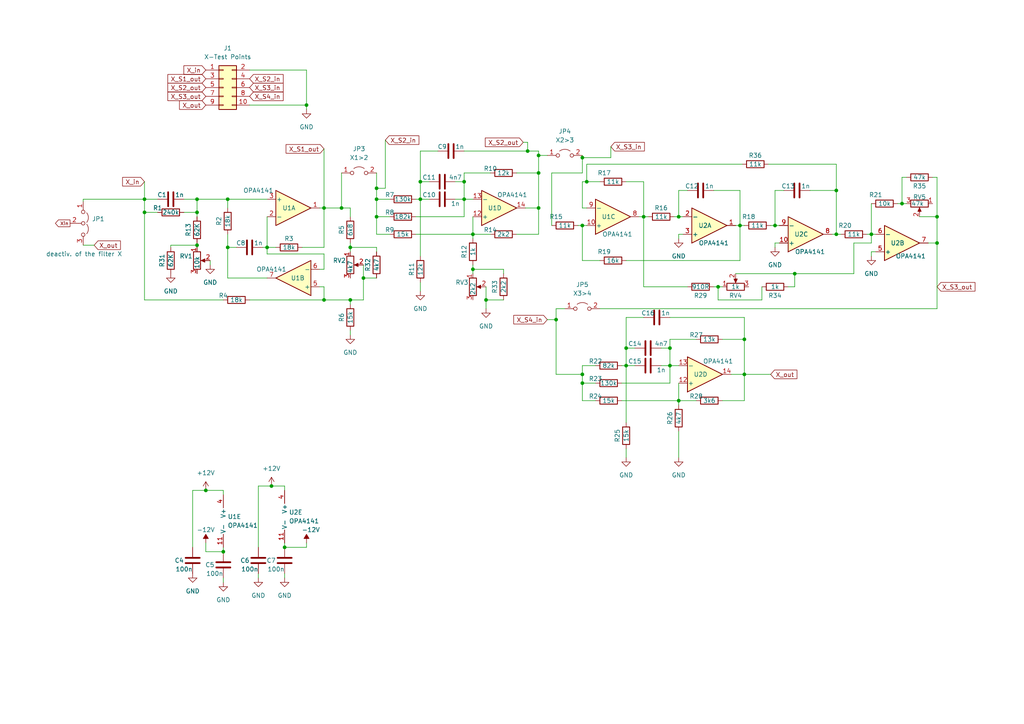
<source format=kicad_sch>
(kicad_sch (version 20230121) (generator eeschema)
  (paper "A4")
  (title_block (title "X-Achse") (date "2023-09-07") (company "Universität zu Köln") (comment 1 "M.Ghanbari"))
  (lib_symbols
    (symbol "Amplifier_Operational:OPA4134" (pin_names (offset 0.127))
      (property "Reference" "U" (at 0 5.08 0))
      (property "Value" "OPA4134" (at 0 -5.08 0))
      (symbol "OPA4134_1_1"
        (polyline (pts (xy -5.08 5.08) (xy 5.08 0) (xy -5.08 -5.08) (xy -5.08 5.08)) (stroke (width 0.254)) (fill (type background)))
        (pin output line (at 7.62 0 180) (length 2.54) (name "~") (number "1"))
        (pin input line (at -7.62 -2.54 0) (length 2.54) (name "-") (number "2"))
        (pin input line (at -7.62 2.54 0) (length 2.54) (name "+") (number "3"))
      )
      (symbol "OPA4134_2_1"
        (polyline (pts (xy -5.08 5.08) (xy 5.08 0) (xy -5.08 -5.08) (xy -5.08 5.08)) (stroke (width 0.254)) (fill (type background)))
        (pin input line (at -7.62 2.54 0) (length 2.54) (name "+") (number "5"))
        (pin input line (at -7.62 -2.54 0) (length 2.54) (name "-") (number "6"))
        (pin output line (at 7.62 0 180) (length 2.54) (name "~") (number "7"))
      )
      (symbol "OPA4134_3_1"
        (polyline (pts (xy -5.08 5.08) (xy 5.08 0) (xy -5.08 -5.08) (xy -5.08 5.08)) (stroke (width 0.254)) (fill (type background)))
        (pin input line (at -7.62 2.54 0) (length 2.54) (name "+") (number "10"))
        (pin output line (at 7.62 0 180) (length 2.54) (name "~") (number "8"))
        (pin input line (at -7.62 -2.54 0) (length 2.54) (name "-") (number "9"))
      )
      (symbol "OPA4134_4_1"
        (polyline (pts (xy -5.08 5.08) (xy 5.08 0) (xy -5.08 -5.08) (xy -5.08 5.08)) (stroke (width 0.254)) (fill (type background)))
        (pin input line (at -7.62 2.54 0) (length 2.54) (name "+") (number "12"))
        (pin input line (at -7.62 -2.54 0) (length 2.54) (name "-") (number "13"))
        (pin output line (at 7.62 0 180) (length 2.54) (name "~") (number "14"))
      )
      (symbol "OPA4134_5_1"
        (pin power_in line (at -2.54 -7.62 90) (length 3.81) (name "V-") (number "11"))
        (pin power_in line (at -2.54 7.62 270) (length 3.81) (name "V+") (number "4"))
      )
    )
    (symbol "Connector_Generic:Conn_02x05_Odd_Even" (pin_names (offset 1.016) hide)
      (property "Reference" "J" (at 1.27 7.62 0))
      (property "Value" "Conn_02x05_Odd_Even" (at 1.27 -7.62 0))
      (symbol "Conn_02x05_Odd_Even_1_1"
        (rectangle (start -1.27 -4.953) (end 0 -5.207) (stroke (width 0.1524)))
        (rectangle (start -1.27 -2.413) (end 0 -2.667) (stroke (width 0.1524)))
        (rectangle (start -1.27 0.127) (end 0 -0.127) (stroke (width 0.1524)))
        (rectangle (start -1.27 2.667) (end 0 2.413) (stroke (width 0.1524)))
        (rectangle (start -1.27 5.207) (end 0 4.953) (stroke (width 0.1524)))
        (rectangle (start -1.27 6.35) (end 3.81 -6.35) (stroke (width 0.254)) (fill (type background)))
        (rectangle (start 3.81 -4.953) (end 2.54 -5.207) (stroke (width 0.1524)))
        (rectangle (start 3.81 -2.413) (end 2.54 -2.667) (stroke (width 0.1524)))
        (rectangle (start 3.81 0.127) (end 2.54 -0.127) (stroke (width 0.1524)))
        (rectangle (start 3.81 2.667) (end 2.54 2.413) (stroke (width 0.1524)))
        (rectangle (start 3.81 5.207) (end 2.54 4.953) (stroke (width 0.1524)))
        (pin passive line (at -5.08 5.08 0) (length 3.81) (name "Pin_1") (number "1"))
        (pin passive line (at 7.62 -5.08 180) (length 3.81) (name "Pin_10") (number "10"))
        (pin passive line (at 7.62 5.08 180) (length 3.81) (name "Pin_2") (number "2"))
        (pin passive line (at -5.08 2.54 0) (length 3.81) (name "Pin_3") (number "3"))
        (pin passive line (at 7.62 2.54 180) (length 3.81) (name "Pin_4") (number "4"))
        (pin passive line (at -5.08 0 0) (length 3.81) (name "Pin_5") (number "5"))
        (pin passive line (at 7.62 0 180) (length 3.81) (name "Pin_6") (number "6"))
        (pin passive line (at -5.08 -2.54 0) (length 3.81) (name "Pin_7") (number "7"))
        (pin passive line (at 7.62 -2.54 180) (length 3.81) (name "Pin_8") (number "8"))
        (pin passive line (at -5.08 -5.08 0) (length 3.81) (name "Pin_9") (number "9"))
      )
    )
    (symbol "Device:C" (pin_numbers hide) (pin_names (offset 0.254))
      (property "Reference" "C" (at 0.635 2.54 0))
      (property "Value" "C" (at 0.635 -2.54 0))
      (symbol "C_0_1"
        (polyline (pts (xy -2.032 -0.762) (xy 2.032 -0.762)) (stroke (width 0.508)))
        (polyline (pts (xy -2.032 0.762) (xy 2.032 0.762)) (stroke (width 0.508)))
      )
      (symbol "C_1_1"
        (pin passive line (at 0 3.81 270) (length 2.794) (name "~") (number "1"))
        (pin passive line (at 0 -3.81 90) (length 2.794) (name "~") (number "2"))
      )
    )
    (symbol "Device:R" (pin_numbers hide) (pin_names (offset 0))
      (property "Reference" "R" (at 2.032 0 90))
      (property "Value" "R" (at 0 0 90))
      (symbol "R_0_1"
        (rectangle (start -1.016 -2.54) (end 1.016 2.54) (stroke (width 0.254)))
      )
      (symbol "R_1_1"
        (pin passive line (at 0 3.81 270) (length 1.27) (name "~") (number "1"))
        (pin passive line (at 0 -3.81 90) (length 1.27) (name "~") (number "2"))
      )
    )
    (symbol "Device:R_Potentiometer" (pin_names (offset 1.016) hide)
      (property "Reference" "RV" (at -4.445 0 90))
      (property "Value" "R_Potentiometer" (at -2.54 0 90))
      (symbol "R_Potentiometer_0_1"
        (polyline (pts (xy 2.54 0) (xy 1.524 0)))
        (polyline (pts (xy 1.143 0) (xy 2.286 0.508) (xy 2.286 -0.508) (xy 1.143 0)) (fill (type outline)))
        (rectangle (start 1.016 2.54) (end -1.016 -2.54) (stroke (width 0.254)))
      )
      (symbol "R_Potentiometer_1_1"
        (pin passive line (at 0 3.81 270) (length 1.27) (name "1") (number "1"))
        (pin passive line (at 3.81 0 180) (length 1.27) (name "2") (number "2"))
        (pin passive line (at 0 -3.81 90) (length 1.27) (name "3") (number "3"))
      )
    )
    (symbol "Jumper:Jumper_2_Open" (pin_names (offset 0) hide)
      (property "Reference" "JP" (at 0 2.794 0))
      (property "Value" "Jumper_2_Open" (at 0 -2.286 0))
      (symbol "Jumper_2_Open_0_0"
        (circle (center -2.032 0) (radius 0.508))
        (circle (center 2.032 0) (radius 0.508))
      )
      (symbol "Jumper_2_Open_0_1"
        (arc (start 1.524 1.27) (mid 0 1.778) (end -1.524 1.27))
      )
      (symbol "Jumper_2_Open_1_1"
        (pin passive line (at -5.08 0 0) (length 2.54) (name "A") (number "1"))
        (pin passive line (at 5.08 0 180) (length 2.54) (name "B") (number "2"))
      )
    )
    (symbol "Jumper:Jumper_3_Open" (pin_names (offset 0) hide)
      (property "Reference" "JP" (at -2.54 -2.54 0))
      (property "Value" "Jumper_3_Open" (at 0 2.794 0))
      (symbol "Jumper_3_Open_0_0"
        (circle (center -3.302 0) (radius 0.508))
        (circle (center 0 0) (radius 0.508))
        (circle (center 3.302 0) (radius 0.508))
      )
      (symbol "Jumper_3_Open_0_1"
        (arc (start -0.254 1.016) (mid -1.651 1.4992) (end -3.048 1.016))
        (polyline (pts (xy 0 -0.508) (xy 0 -1.27)))
        (arc (start 3.048 1.016) (mid 1.651 1.4992) (end 0.254 1.016))
      )
      (symbol "Jumper_3_Open_1_1"
        (pin passive line (at -6.35 0 0) (length 2.54) (name "A") (number "1"))
        (pin passive line (at 0 -3.81 90) (length 2.54) (name "C") (number "2"))
        (pin passive line (at 6.35 0 180) (length 2.54) (name "B") (number "3"))
      )
    )
    (symbol "power:+12V" (power) (pin_names (offset 0))
      (property "Value" "+12V" (at 0 3.556 0))
      (symbol "+12V_0_1"
        (polyline (pts (xy -0.762 1.27) (xy 0 2.54)))
        (polyline (pts (xy 0 0) (xy 0 2.54)))
        (polyline (pts (xy 0 2.54) (xy 0.762 1.27)))
      )
      (symbol "+12V_1_1"
        (pin power_in line (at 0 0 90) (length 0) hide (name "+12V") (number "1"))
      )
    )
    (symbol "power:-12V" (power) (pin_names (offset 0))
      (property "Value" "-12V" (at 0 3.81 0))
      (symbol "-12V_0_0"
        (pin power_in line (at 0 0 90) (length 0) hide (name "-12V") (number "1"))
      )
      (symbol "-12V_0_1"
        (polyline (pts (xy 0 0) (xy 0 1.27) (xy 0.762 1.27) (xy 0 2.54) (xy -0.762 1.27) (xy 0 1.27)) (fill (type outline)))
      )
    )
    (symbol "power:GND" (power) (pin_names (offset 0))
      (property "Value" "GND" (at 0 -3.81 0))
      (symbol "GND_0_1"
        (polyline (pts (xy 0 0) (xy 0 -1.27) (xy 1.27 -1.27) (xy 0 -2.54) (xy -1.27 -1.27) (xy 0 -1.27)))
      )
      (symbol "GND_1_1"
        (pin power_in line (at 0 0 270) (length 0) hide (name "GND") (number "1"))
      )
    )
  )
  (junction (at 252.73 67.945))
  (junction (at 156.21 50.165))
  (junction (at 194.31 106.045))
  (junction (at 137.16 67.945))
  (junction (at 109.22 57.785))
  (junction (at 57.15 57.785))
  (junction (at 196.85 116.205))
  (junction (at 66.04 57.785))
  (junction (at 261.62 59.055))
  (junction (at 140.97 86.995))
  (junction (at 168.91 65.405))
  (junction (at 196.85 62.865))
  (junction (at 41.91 57.785))
  (junction (at 121.92 57.785))
  (junction (at 224.79 65.405))
  (junction (at 57.15 61.595))
  (junction (at 93.98 60.325))
  (junction (at 271.78 70.485))
  (junction (at 57.15 71.12))
  (junction (at 77.47 71.755))
  (junction (at 101.6 86.995))
  (junction (at 59.69 142.24))
  (junction (at 215.9 108.585))
  (junction (at 82.55 158.75))
  (junction (at 109.22 54.61))
  (junction (at 105.41 80.645))
  (junction (at 121.92 52.705))
  (junction (at 134.62 57.785))
  (junction (at 99.06 60.325))
  (junction (at 181.61 100.965))
  (junction (at 215.9 98.425))
  (junction (at 230.505 79.375))
  (junction (at 153.035 43.815))
  (junction (at 168.91 111.125))
  (junction (at 156.21 60.325))
  (junction (at 168.91 45.72))
  (junction (at 64.77 160.02))
  (junction (at 186.69 62.865))
  (junction (at 109.22 62.865))
  (junction (at 161.29 92.71))
  (junction (at 242.57 55.245))
  (junction (at 271.78 62.865))
  (junction (at 208.28 83.185))
  (junction (at 101.6 71.755))
  (junction (at 156.21 45.085))
  (junction (at 88.9 30.48))
  (junction (at 93.98 86.995))
  (junction (at 181.61 106.045))
  (junction (at 242.57 67.945))
  (junction (at 214.63 65.405))
  (junction (at 194.31 100.965))
  (junction (at 170.18 52.705))
  (junction (at 41.91 61.595))
  (junction (at 78.74 140.97))
  (junction (at 168.91 108.585))
  (junction (at 134.62 52.705))
  (junction (at 137.16 78.105))
  (junction (at 66.04 71.755))
  (wire (pts (xy 134.62 57.785) (xy 137.16 57.785)))
  (wire (pts (xy 224.79 70.485) (xy 226.06 70.485)))
  (wire (pts (xy 109.22 57.785) (xy 109.22 62.865)))
  (wire (pts (xy 167.64 65.405) (xy 168.91 65.405)))
  (wire (pts (xy 64.77 168.91) (xy 64.77 167.64)))
  (wire (pts (xy 215.9 108.585) (xy 212.09 108.585)))
  (wire (pts (xy 74.93 140.97) (xy 74.93 158.75)))
  (wire (pts (xy 149.86 67.945) (xy 156.21 67.945)))
  (wire (pts (xy 137.16 67.945) (xy 142.24 67.945)))
  (wire (pts (xy 213.36 79.375) (xy 230.505 79.375)))
  (wire (pts (xy 172.72 106.045) (xy 168.91 106.045)))
  (wire (pts (xy 88.9 20.32) (xy 88.9 30.48)))
  (wire (pts (xy 111.76 54.61) (xy 109.22 54.61)))
  (wire (pts (xy 168.91 50.165) (xy 160.02 50.165)))
  (wire (pts (xy 194.31 100.965) (xy 194.31 106.045)))
  (wire (pts (xy 57.15 70.485) (xy 57.15 71.12)))
  (wire (pts (xy 168.91 75.565) (xy 168.91 65.405)))
  (wire (pts (xy 214.63 55.245) (xy 214.63 65.405)))
  (wire (pts (xy 223.52 65.405) (xy 224.79 65.405)))
  (wire (pts (xy 101.6 86.995) (xy 101.6 88.265)))
  (wire (pts (xy 77.47 62.865) (xy 77.47 71.755)))
  (wire (pts (xy 181.61 130.175) (xy 181.61 132.715)))
  (wire (pts (xy 156.21 45.085) (xy 158.75 45.085)))
  (wire (pts (xy 109.22 50.165) (xy 109.22 54.61)))
  (wire (pts (xy 72.39 20.32) (xy 88.9 20.32)))
  (wire (pts (xy 215.9 98.425) (xy 215.9 108.585)))
  (wire (pts (xy 196.85 62.865) (xy 198.12 62.865)))
  (wire (pts (xy 49.53 71.755) (xy 49.53 71.12)))
  (wire (pts (xy 121.92 43.815) (xy 121.92 52.705)))
  (wire (pts (xy 121.92 52.705) (xy 124.46 52.705)))
  (wire (pts (xy 78.74 140.97) (xy 74.93 140.97)))
  (wire (pts (xy 111.76 40.64) (xy 111.76 54.61)))
  (wire (pts (xy 220.98 83.185) (xy 220.98 86.995)))
  (wire (pts (xy 140.97 86.995) (xy 146.05 86.995)))
  (wire (pts (xy 270.51 51.435) (xy 271.78 51.435)))
  (wire (pts (xy 180.34 111.125) (xy 194.31 111.125)))
  (wire (pts (xy 230.505 83.185) (xy 230.505 79.375)))
  (wire (pts (xy 194.31 106.045) (xy 196.85 106.045)))
  (wire (pts (xy 271.78 70.485) (xy 269.24 70.485)))
  (wire (pts (xy 140.97 83.185) (xy 140.97 86.995)))
  (wire (pts (xy 93.98 60.325) (xy 99.06 60.325)))
  (wire (pts (xy 121.92 57.785) (xy 124.46 57.785)))
  (wire (pts (xy 168.91 106.045) (xy 168.91 108.585)))
  (wire (pts (xy 186.69 52.705) (xy 186.69 62.865)))
  (wire (pts (xy 140.97 86.995) (xy 140.97 89.535)))
  (wire (pts (xy 92.71 78.105) (xy 93.98 78.105)))
  (wire (pts (xy 215.9 108.585) (xy 223.52 108.585)))
  (wire (pts (xy 214.63 75.565) (xy 214.63 65.405)))
  (wire (pts (xy 247.65 70.485) (xy 252.73 70.485)))
  (wire (pts (xy 153.035 43.815) (xy 156.21 43.815)))
  (wire (pts (xy 121.92 57.785) (xy 121.92 74.295)))
  (wire (pts (xy 185.42 62.865) (xy 186.69 62.865)))
  (wire (pts (xy 173.99 75.565) (xy 168.91 75.565)))
  (wire (pts (xy 234.95 55.245) (xy 242.57 55.245)))
  (wire (pts (xy 121.92 52.705) (xy 121.92 57.785)))
  (wire (pts (xy 271.78 51.435) (xy 271.78 62.865)))
  (wire (pts (xy 88.9 158.75) (xy 82.55 158.75)))
  (wire (pts (xy 113.03 67.945) (xy 109.22 67.945)))
  (wire (pts (xy 120.65 57.785) (xy 121.92 57.785)))
  (wire (pts (xy 161.29 92.71) (xy 161.29 108.585)))
  (wire (pts (xy 196.85 116.205) (xy 196.85 111.125)))
  (wire (pts (xy 101.6 62.865) (xy 101.6 60.325)))
  (wire (pts (xy 134.62 52.705) (xy 134.62 57.785)))
  (wire (pts (xy 207.01 83.185) (xy 208.28 83.185)))
  (wire (pts (xy 105.41 80.645) (xy 109.22 80.645)))
  (wire (pts (xy 93.98 60.325) (xy 93.98 71.755)))
  (wire (pts (xy 64.77 86.995) (xy 41.91 86.995)))
  (wire (pts (xy 41.91 57.785) (xy 45.72 57.785)))
  (wire (pts (xy 242.57 47.625) (xy 242.57 55.245)))
  (wire (pts (xy 105.41 76.835) (xy 105.41 80.645)))
  (wire (pts (xy 196.85 69.215) (xy 196.85 67.945)))
  (wire (pts (xy 88.9 157.48) (xy 88.9 158.75)))
  (wire (pts (xy 168.91 116.205) (xy 168.91 111.125)))
  (wire (pts (xy 53.34 57.785) (xy 57.15 57.785)))
  (wire (pts (xy 242.57 67.945) (xy 243.84 67.945)))
  (wire (pts (xy 242.57 67.945) (xy 241.3 67.945)))
  (wire (pts (xy 57.15 57.785) (xy 66.04 57.785)))
  (wire (pts (xy 208.28 86.995) (xy 208.28 83.185)))
  (wire (pts (xy 224.79 65.405) (xy 226.06 65.405)))
  (wire (pts (xy 199.39 55.245) (xy 196.85 55.245)))
  (wire (pts (xy 252.73 73.025) (xy 254 73.025)))
  (wire (pts (xy 57.15 61.595) (xy 57.15 62.865)))
  (wire (pts (xy 137.16 67.945) (xy 137.16 62.865)))
  (wire (pts (xy 121.92 81.915) (xy 121.92 84.455)))
  (wire (pts (xy 77.47 73.66) (xy 77.47 71.755)))
  (wire (pts (xy 55.88 142.24) (xy 55.88 158.75)))
  (wire (pts (xy 77.47 71.755) (xy 76.2 71.755)))
  (wire (pts (xy 87.63 71.755) (xy 93.98 71.755)))
  (wire (pts (xy 137.16 78.105) (xy 137.16 79.375)))
  (wire (pts (xy 168.91 108.585) (xy 161.29 108.585)))
  (wire (pts (xy 77.47 71.755) (xy 80.01 71.755)))
  (wire (pts (xy 149.86 50.165) (xy 156.21 50.165)))
  (wire (pts (xy 59.69 157.48) (xy 59.69 160.02)))
  (wire (pts (xy 137.16 76.835) (xy 137.16 78.105)))
  (wire (pts (xy 64.77 142.24) (xy 64.77 143.51)))
  (wire (pts (xy 252.73 67.945) (xy 254 67.945)))
  (wire (pts (xy 251.46 67.945) (xy 252.73 67.945)))
  (wire (pts (xy 53.34 61.595) (xy 57.15 61.595)))
  (wire (pts (xy 261.62 59.055) (xy 262.89 59.055)))
  (wire (pts (xy 156.21 67.945) (xy 156.21 60.325)))
  (wire (pts (xy 195.58 62.865) (xy 196.85 62.865)))
  (wire (pts (xy 207.01 55.245) (xy 214.63 55.245)))
  (wire (pts (xy 168.91 45.72) (xy 168.91 50.165)))
  (wire (pts (xy 227.33 55.245) (xy 224.79 55.245)))
  (wire (pts (xy 242.57 55.245) (xy 242.57 67.945)))
  (wire (pts (xy 181.61 100.965) (xy 181.61 106.045)))
  (wire (pts (xy 196.85 116.205) (xy 201.93 116.205)))
  (wire (pts (xy 168.91 111.125) (xy 172.72 111.125)))
  (wire (pts (xy 55.88 142.24) (xy 59.69 142.24)))
  (wire (pts (xy 252.73 70.485) (xy 252.73 67.945)))
  (wire (pts (xy 228.6 83.185) (xy 230.505 83.185)))
  (wire (pts (xy 215.9 92.075) (xy 215.9 98.425)))
  (wire (pts (xy 266.7 62.865) (xy 271.78 62.865)))
  (wire (pts (xy 101.6 71.755) (xy 101.6 73.025)))
  (wire (pts (xy 74.93 167.64) (xy 74.93 166.37)))
  (wire (pts (xy 177.165 42.545) (xy 177.165 45.72)))
  (wire (pts (xy 66.04 80.645) (xy 66.04 71.755)))
  (wire (pts (xy 153.035 41.275) (xy 153.035 43.815)))
  (wire (pts (xy 252.73 74.295) (xy 252.73 73.025)))
  (wire (pts (xy 271.78 62.865) (xy 271.78 70.485)))
  (wire (pts (xy 173.99 89.535) (xy 271.78 89.535)))
  (wire (pts (xy 181.61 52.705) (xy 186.69 52.705)))
  (wire (pts (xy 93.98 78.105) (xy 93.98 73.66)))
  (wire (pts (xy 156.21 45.085) (xy 156.21 50.165)))
  (wire (pts (xy 194.31 92.075) (xy 215.9 92.075)))
  (wire (pts (xy 92.71 60.325) (xy 93.98 60.325)))
  (wire (pts (xy 151.765 41.275) (xy 153.035 41.275)))
  (wire (pts (xy 181.61 106.045) (xy 184.15 106.045)))
  (wire (pts (xy 49.53 71.12) (xy 57.15 71.12)))
  (wire (pts (xy 59.69 160.02) (xy 64.77 160.02)))
  (wire (pts (xy 24.13 57.785) (xy 41.91 57.785)))
  (wire (pts (xy 168.91 52.705) (xy 168.91 60.325)))
  (wire (pts (xy 41.91 52.705) (xy 41.91 57.785)))
  (wire (pts (xy 168.91 65.405) (xy 170.18 65.405)))
  (wire (pts (xy 101.6 86.995) (xy 93.98 86.995)))
  (wire (pts (xy 247.65 79.375) (xy 247.65 70.485)))
  (wire (pts (xy 82.55 167.64) (xy 82.55 166.37)))
  (wire (pts (xy 72.39 86.995) (xy 93.98 86.995)))
  (wire (pts (xy 260.35 59.055) (xy 261.62 59.055)))
  (wire (pts (xy 134.62 50.165) (xy 134.62 52.705)))
  (wire (pts (xy 88.9 30.48) (xy 88.9 31.75)))
  (wire (pts (xy 199.39 83.185) (xy 186.69 83.185)))
  (wire (pts (xy 134.62 43.815) (xy 153.035 43.815)))
  (wire (pts (xy 93.98 73.66) (xy 77.47 73.66)))
  (wire (pts (xy 101.6 95.885) (xy 101.6 97.155)))
  (wire (pts (xy 170.18 47.625) (xy 170.18 52.705)))
  (wire (pts (xy 172.72 116.205) (xy 168.91 116.205)))
  (wire (pts (xy 158.75 92.71) (xy 161.29 92.71)))
  (wire (pts (xy 57.15 71.12) (xy 57.15 71.755)))
  (wire (pts (xy 161.29 89.535) (xy 161.29 92.71)))
  (wire (pts (xy 181.61 92.075) (xy 181.61 100.965)))
  (wire (pts (xy 92.71 83.185) (xy 93.98 83.185)))
  (wire (pts (xy 168.91 111.125) (xy 168.91 108.585)))
  (wire (pts (xy 109.22 73.025) (xy 109.22 71.755)))
  (wire (pts (xy 262.89 51.435) (xy 261.62 51.435)))
  (wire (pts (xy 186.69 92.075) (xy 181.61 92.075)))
  (wire (pts (xy 60.96 75.565) (xy 60.96 76.835)))
  (wire (pts (xy 109.22 62.865) (xy 113.03 62.865)))
  (wire (pts (xy 113.03 57.785) (xy 109.22 57.785)))
  (wire (pts (xy 224.79 55.245) (xy 224.79 65.405)))
  (wire (pts (xy 196.85 67.945) (xy 198.12 67.945)))
  (wire (pts (xy 146.05 79.375) (xy 146.05 78.105)))
  (wire (pts (xy 194.31 111.125) (xy 194.31 106.045)))
  (wire (pts (xy 132.08 57.785) (xy 134.62 57.785)))
  (wire (pts (xy 24.13 71.12) (xy 27.305 71.12)))
  (wire (pts (xy 161.29 89.535) (xy 163.83 89.535)))
  (wire (pts (xy 156.21 50.165) (xy 156.21 60.325)))
  (wire (pts (xy 196.85 125.095) (xy 196.85 132.715)))
  (wire (pts (xy 142.24 50.165) (xy 134.62 50.165)))
  (wire (pts (xy 93.98 86.995) (xy 93.98 83.185)))
  (wire (pts (xy 66.04 71.755) (xy 66.04 67.945)))
  (wire (pts (xy 66.04 57.785) (xy 77.47 57.785)))
  (wire (pts (xy 57.15 61.595) (xy 57.15 57.785)))
  (wire (pts (xy 215.9 116.205) (xy 215.9 108.585)))
  (wire (pts (xy 45.72 61.595) (xy 41.91 61.595)))
  (wire (pts (xy 261.62 51.435) (xy 261.62 59.055)))
  (wire (pts (xy 180.34 116.205) (xy 196.85 116.205)))
  (wire (pts (xy 101.6 71.755) (xy 109.22 71.755)))
  (wire (pts (xy 224.79 71.755) (xy 224.79 70.485)))
  (wire (pts (xy 186.69 83.185) (xy 186.69 62.865)))
  (wire (pts (xy 68.58 71.755) (xy 66.04 71.755)))
  (wire (pts (xy 120.65 67.945) (xy 137.16 67.945)))
  (wire (pts (xy 168.91 45.085) (xy 168.91 45.72)))
  (wire (pts (xy 213.36 65.405) (xy 214.63 65.405)))
  (wire (pts (xy 271.78 70.485) (xy 271.78 89.535)))
  (wire (pts (xy 177.165 45.72) (xy 168.91 45.72)))
  (wire (pts (xy 201.93 98.425) (xy 194.31 98.425)))
  (wire (pts (xy 191.77 100.965) (xy 194.31 100.965)))
  (wire (pts (xy 146.05 78.105) (xy 137.16 78.105)))
  (wire (pts (xy 82.55 157.48) (xy 82.55 158.75)))
  (wire (pts (xy 160.02 50.165) (xy 160.02 65.405)))
  (wire (pts (xy 191.77 106.045) (xy 194.31 106.045)))
  (wire (pts (xy 180.34 106.045) (xy 181.61 106.045)))
  (wire (pts (xy 99.06 60.325) (xy 101.6 60.325)))
  (wire (pts (xy 93.98 43.18) (xy 93.98 60.325)))
  (wire (pts (xy 222.885 47.625) (xy 242.57 47.625)))
  (wire (pts (xy 64.77 158.75) (xy 64.77 160.02)))
  (wire (pts (xy 196.85 55.245) (xy 196.85 62.865)))
  (wire (pts (xy 59.69 142.24) (xy 64.77 142.24)))
  (wire (pts (xy 41.91 61.595) (xy 41.91 57.785)))
  (wire (pts (xy 109.22 54.61) (xy 109.22 57.785)))
  (wire (pts (xy 181.61 100.965) (xy 184.15 100.965)))
  (wire (pts (xy 230.505 79.375) (xy 247.65 79.375)))
  (wire (pts (xy 72.39 30.48) (xy 88.9 30.48)))
  (wire (pts (xy 66.04 57.785) (xy 66.04 60.325)))
  (wire (pts (xy 170.18 52.705) (xy 168.91 52.705)))
  (wire (pts (xy 82.55 140.97) (xy 82.55 142.24)))
  (wire (pts (xy 181.61 75.565) (xy 214.63 75.565)))
  (wire (pts (xy 181.61 106.045) (xy 181.61 122.555)))
  (wire (pts (xy 132.08 52.705) (xy 134.62 52.705)))
  (wire (pts (xy 252.73 59.055) (xy 252.73 67.945)))
  (wire (pts (xy 209.55 98.425) (xy 215.9 98.425)))
  (wire (pts (xy 82.55 140.97) (xy 78.74 140.97)))
  (wire (pts (xy 173.99 52.705) (xy 170.18 52.705)))
  (wire (pts (xy 109.22 67.945) (xy 109.22 62.865)))
  (wire (pts (xy 209.55 116.205) (xy 215.9 116.205)))
  (wire (pts (xy 186.69 62.865) (xy 187.96 62.865)))
  (wire (pts (xy 220.98 86.995) (xy 208.28 86.995)))
  (wire (pts (xy 196.85 116.205) (xy 196.85 117.475)))
  (wire (pts (xy 77.47 80.645) (xy 66.04 80.645)))
  (wire (pts (xy 156.21 43.815) (xy 156.21 45.085)))
  (wire (pts (xy 137.16 67.945) (xy 137.16 69.215)))
  (wire (pts (xy 127 43.815) (xy 121.92 43.815)))
  (wire (pts (xy 156.21 60.325) (xy 152.4 60.325)))
  (wire (pts (xy 194.31 98.425) (xy 194.31 100.965)))
  (wire (pts (xy 215.265 47.625) (xy 170.18 47.625)))
  (wire (pts (xy 120.65 62.865) (xy 134.62 62.865)))
  (wire (pts (xy 99.06 50.165) (xy 99.06 60.325)))
  (wire (pts (xy 134.62 62.865) (xy 134.62 57.785)))
  (wire (pts (xy 105.41 86.995) (xy 101.6 86.995)))
  (wire (pts (xy 101.6 70.485) (xy 101.6 71.755)))
  (wire (pts (xy 214.63 65.405) (xy 215.9 65.405)))
  (wire (pts (xy 168.91 60.325) (xy 170.18 60.325)))
  (wire (pts (xy 208.28 83.185) (xy 209.55 83.185)))
  (wire (pts (xy 24.13 58.42) (xy 24.13 57.785)))
  (wire (pts (xy 41.91 86.995) (xy 41.91 61.595)))
  (wire (pts (xy 105.41 80.645) (xy 105.41 86.995)))
  (global_label "X_S2_out" (shape input) (at 59.69 25.4 180) (property "Intersheetrefs" "${INTERSHEET_REFS}" (effects hide)))
  (global_label "X_S2_in" (shape input) (at 72.39 22.86 0) (property "Intersheetrefs" "${INTERSHEET_REFS}" (effects hide)))
  (global_label "X_S3_out" (shape input) (at 271.78 83.185 0) (property "Intersheetrefs" "${INTERSHEET_REFS}" (effects hide)))
  (global_label "X_S3_in" (shape input) (at 177.165 42.545 0) (property "Intersheetrefs" "${INTERSHEET_REFS}" (effects hide)))
  (global_label "X_S2_in" (shape input) (at 111.76 40.64 0) (property "Intersheetrefs" "${INTERSHEET_REFS}" (effects hide)))
  (global_label "Xin" (shape output) (at 20.32 64.77 180) (effects (font (size 1 1))) (property "Intersheetrefs" "${INTERSHEET_REFS}" (effects hide)))
  (global_label "X_S3_in" (shape input) (at 72.39 25.4 0) (property "Intersheetrefs" "${INTERSHEET_REFS}" (effects hide)))
  (global_label "X_S1_out" (shape input) (at 59.69 22.86 180) (property "Intersheetrefs" "${INTERSHEET_REFS}" (effects hide)))
  (global_label "X_out" (shape input) (at 27.305 71.12 0) (property "Intersheetrefs" "${INTERSHEET_REFS}" (effects hide)))
  (global_label "X_out" (shape input) (at 223.52 108.585 0) (property "Intersheetrefs" "${INTERSHEET_REFS}" (effects hide)))
  (global_label "X_S1_out" (shape input) (at 93.98 43.18 180) (property "Intersheetrefs" "${INTERSHEET_REFS}" (effects hide)))
  (global_label "X_S2_out" (shape input) (at 151.765 41.275 180) (property "Intersheetrefs" "${INTERSHEET_REFS}" (effects hide)))
  (global_label "X_in" (shape input) (at 59.69 20.32 180) (property "Intersheetrefs" "${INTERSHEET_REFS}" (effects hide)))
  (global_label "X_S3_out" (shape input) (at 59.69 27.94 180) (property "Intersheetrefs" "${INTERSHEET_REFS}" (effects hide)))
  (global_label "X_in" (shape input) (at 41.91 52.705 180) (property "Intersheetrefs" "${INTERSHEET_REFS}" (effects hide)))
  (global_label "X_S4_in" (shape input) (at 72.39 27.94 0) (property "Intersheetrefs" "${INTERSHEET_REFS}" (effects hide)))
  (global_label "X_S4_in" (shape input) (at 158.75 92.71 180) (property "Intersheetrefs" "${INTERSHEET_REFS}" (effects hide)))
  (global_label "X_out" (shape input) (at 59.69 30.48 180) (property "Intersheetrefs" "${INTERSHEET_REFS}" (effects hide)))
  (symbol (lib_id "Device:R_Potentiometer") (at 213.36 83.185 90) (unit 1)
    (property "Reference" "RV4" (at 211.455 85.725 90) (effects (justify right)))
    (property "Value" "1k" (at 212.09 83.185 90) (effects (justify right)))
    (property "Footprint" "Potentiometer_THT:Potentiometer_Bourns_3296Y_Vertical" (effects hide))
  )
  (symbol (lib_id "Device:R") (at 57.15 66.675 180) (unit 1)
    (property "Reference" "R13" (at 54.61 66.675 90))
    (property "Value" "62K" (at 57.15 66.675 90))
    (property "Footprint" "Resistor_SMD:R_0805_2012Metric_Pad1.20x1.40mm_HandSolder" (effects hide))
  )
  (symbol (lib_id "Device:C") (at 128.27 57.785 90) (unit 1)
    (property "Reference" "C10" (at 124.46 56.515 90))
    (property "Value" "1n" (at 132.08 59.055 90))
    (property "Footprint" "Capacitor_SMD:C_0603_1608Metric_Pad1.08x0.95mm_HandSolder" (effects hide))
  )
  (symbol (lib_id "Device:R") (at 219.71 65.405 90) (unit 1)
    (property "Reference" "R18" (at 217.17 62.865 90))
    (property "Value" "11k" (at 219.71 65.405 90))
    (property "Footprint" "Resistor_SMD:R_0805_2012Metric_Pad1.20x1.40mm_HandSolder" (effects hide))
  )
  (symbol (lib_id "Device:R") (at 177.8 52.705 90) (unit 1)
    (property "Reference" "R17" (at 175.26 50.165 90))
    (property "Value" "11k" (at 177.8 52.705 90))
    (property "Footprint" "Resistor_SMD:R_0805_2012Metric_Pad1.20x1.40mm_HandSolder" (effects hide))
  )
  (symbol (lib_id "Amplifier_Operational:OPA4134") (at 67.31 151.13 0) (unit 5)
    (property "Reference" "U1" (at 66.04 149.86 0) (effects (justify left)))
    (property "Value" "OPA4141" (at 66.04 152.4 0) (effects (justify left)))
    (property "Footprint" "Package_SO:TSSOP-14_4.4x5mm_P0.65mm" (effects hide))
    (property "Datasheet" "http://www.ti.com/lit/ds/symlink/opa134.pdf" (effects hide))
  )
  (symbol (lib_id "Device:R") (at 49.53 61.595 90) (unit 1)
    (property "Reference" "R1" (at 45.72 60.325 90))
    (property "Value" "240k" (at 49.53 61.595 90))
    (property "Footprint" "Resistor_SMD:R_0805_2012Metric_Pad1.20x1.40mm_HandSolder" (effects hide))
  )
  (symbol (lib_id "Device:C") (at 55.88 162.56 0) (mirror x) (unit 1)
    (property "Reference" "C4" (at 53.34 162.56 0) (effects (justify right)))
    (property "Value" "100n" (at 55.88 165.1 0) (effects (justify right)))
    (property "Footprint" "Capacitor_SMD:C_0805_2012Metric_Pad1.18x1.45mm_HandSolder" (effects hide))
  )
  (symbol (lib_id "Device:C") (at 190.5 92.075 90) (unit 1)
    (property "Reference" "C16" (at 187.96 90.805 90))
    (property "Value" "1n" (at 193.04 90.805 90))
    (property "Footprint" "Capacitor_SMD:C_0603_1608Metric_Pad1.08x0.95mm_HandSolder" (effects hide))
  )
  (symbol (lib_id "Device:C") (at 130.81 43.815 90) (unit 1)
    (property "Reference" "C9" (at 128.27 42.545 90))
    (property "Value" "1n" (at 133.35 42.545 90))
    (property "Footprint" "Capacitor_SMD:C_0603_1608Metric_Pad1.08x0.95mm_HandSolder" (effects hide))
  )
  (symbol (lib_id "Device:R") (at 116.84 62.865 90) (unit 1)
    (property "Reference" "R8" (at 113.03 61.595 90))
    (property "Value" "182k" (at 116.84 62.865 90))
    (property "Footprint" "Resistor_SMD:R_0805_2012Metric_Pad1.20x1.40mm_HandSolder" (effects hide))
  )
  (symbol (lib_id "power:GND") (at 49.53 79.375 0) (unit 1)
    (property "Reference" "#PWR033" (effects hide))
    (property "Value" "GND" (at 49.53 84.455 0))
    (instances (project "MEMS Filter" (path "" (reference "#PWR033") (unit 1)) (path "" (reference "#PWR018") (unit 1))))
  )
  (symbol (lib_id "Device:C") (at 74.93 162.56 0) (mirror x) (unit 1)
    (property "Reference" "C6" (at 72.39 162.56 0) (effects (justify right)))
    (property "Value" "100n" (at 74.93 165.1 0) (effects (justify right)))
    (property "Footprint" "Capacitor_SMD:C_0805_2012Metric_Pad1.18x1.45mm_HandSolder" (effects hide))
  )
  (symbol (lib_id "Device:R") (at 256.54 59.055 90) (unit 1)
    (property "Reference" "R21" (at 254 56.515 90))
    (property "Value" "10k" (at 256.54 59.055 90))
    (property "Footprint" "Resistor_SMD:R_0805_2012Metric_Pad1.20x1.40mm_HandSolder" (effects hide))
  )
  (symbol (lib_id "Device:R") (at 146.05 50.165 90) (unit 1)
    (property "Reference" "R10" (at 142.24 48.895 90))
    (property "Value" "12k" (at 146.05 50.165 90))
    (property "Footprint" "Resistor_SMD:R_0805_2012Metric_Pad1.20x1.40mm_HandSolder" (effects hide))
  )
  (symbol (lib_id "power:-12V") (at 88.9 157.48 0) (unit 1)
    (property "Reference" "#PWR031" (effects hide))
    (property "Value" "-12V" (at 90.17 153.67 0))
    (instances (project "MEMS Filter" (path "" (reference "#PWR031") (unit 1)) (path "" (reference "#PWR032") (unit 1))))
  )
  (symbol (lib_id "Device:R") (at 101.6 92.075 180) (unit 1)
    (property "Reference" "R6" (at 99.06 92.075 90))
    (property "Value" "15k" (at 101.6 92.075 90))
    (property "Footprint" "Resistor_SMD:R_0805_2012Metric_Pad1.20x1.40mm_HandSolder" (effects hide))
  )
  (symbol (lib_id "Amplifier_Operational:OPA4134") (at 261.62 70.485 0) (mirror x) (unit 2)
    (property "Reference" "U2" (at 260.35 70.485 0))
    (property "Value" "OPA4141" (at 264.16 74.295 0))
    (property "Footprint" "Package_SO:TSSOP-14_4.4x5mm_P0.65mm" (effects hide))
    (property "Datasheet" "http://www.ti.com/lit/ds/symlink/opa134.pdf" (effects hide))
  )
  (symbol (lib_id "Device:R") (at 83.82 71.755 90) (unit 1)
    (property "Reference" "R3" (at 83.82 69.215 90))
    (property "Value" "18k" (at 83.82 71.755 90))
    (property "Footprint" "Resistor_SMD:R_0805_2012Metric_Pad1.20x1.40mm_HandSolder" (effects hide))
  )
  (symbol (lib_id "Device:R") (at 176.53 116.205 90) (unit 1)
    (property "Reference" "R24" (at 172.72 114.935 90))
    (property "Value" "15k" (at 176.53 116.205 90))
    (property "Footprint" "Resistor_SMD:R_0805_2012Metric_Pad1.20x1.40mm_HandSolder" (effects hide))
  )
  (symbol (lib_id "Amplifier_Operational:OPA4134") (at 85.09 149.86 0) (unit 5)
    (property "Reference" "U2" (at 83.82 148.59 0) (effects (justify left)))
    (property "Value" "OPA4141" (at 83.82 151.13 0) (effects (justify left)))
    (property "Footprint" "Package_SO:TSSOP-14_4.4x5mm_P0.65mm" (effects hide))
    (property "Datasheet" "http://www.ti.com/lit/ds/symlink/opa134.pdf" (effects hide))
  )
  (symbol (lib_id "power:GND") (at 88.9 31.75 0) (unit 1)
    (property "Reference" "#PWR020" (effects hide))
    (property "Value" "GND" (at 88.9 36.83 0))
    (instances (project "MEMS Filter" (path "" (reference "#PWR020") (unit 1)) (path "" (reference "#PWR069") (unit 1)) (path "" (reference "#PWR068") (unit 1))))
  )
  (symbol (lib_id "power:+12V") (at 59.69 142.24 0) (unit 1)
    (property "Reference" "#PWR029" (effects hide))
    (property "Value" "+12V" (at 59.69 137.16 0))
    (instances (project "MEMS Filter" (path "" (reference "#PWR029") (unit 1)) (path "" (reference "#PWR015") (unit 1))))
  )
  (symbol (lib_id "Device:R_Potentiometer") (at 266.7 59.055 270) (unit 1)
    (property "Reference" "RV5" (at 268.605 57.15 90) (effects (justify right)))
    (property "Value" "47k" (at 267.97 59.055 90) (effects (justify right)))
    (property "Footprint" "Potentiometer_THT:Potentiometer_Bourns_3296Y_Vertical" (effects hide))
  )
  (symbol (lib_id "Jumper:Jumper_2_Open") (at 163.83 45.085 0) (unit 1)
    (property "Reference" "JP4" (at 163.83 38.1 0))
    (property "Value" "X2>3" (at 163.83 40.64 0))
    (property "Footprint" "Jumper:SolderJumper-2_P1.3mm_Open_RoundedPad1.0x1.5mm" (effects hide))
  )
  (symbol (lib_id "Device:R") (at 116.84 57.785 90) (unit 1)
    (property "Reference" "R7" (at 113.03 56.515 90))
    (property "Value" "130k" (at 116.84 57.785 90))
    (property "Footprint" "Resistor_SMD:R_0805_2012Metric_Pad1.20x1.40mm_HandSolder" (effects hide))
  )
  (symbol (lib_id "Device:R_Potentiometer") (at 57.15 75.565 0) (unit 1)
    (property "Reference" "RV1" (at 55.88 74.295 0) (effects (justify right)))
    (property "Value" "10k" (at 57.15 74.295 90) (effects (justify right)))
    (property "Footprint" "Potentiometer_THT:Potentiometer_Bourns_3296Y_Vertical" (effects hide))
  )
  (symbol (lib_id "Device:R") (at 68.58 86.995 90) (unit 1)
    (property "Reference" "R4" (at 64.77 85.725 90))
    (property "Value" "18k" (at 68.58 86.995 90))
    (property "Footprint" "Resistor_SMD:R_0805_2012Metric_Pad1.20x1.40mm_HandSolder" (effects hide))
  )
  (symbol (lib_id "Jumper:Jumper_2_Open") (at 168.91 89.535 0) (unit 1)
    (property "Reference" "JP5" (at 168.91 82.55 0))
    (property "Value" "X3>4" (at 168.91 85.09 0))
    (property "Footprint" "Jumper:SolderJumper-2_P1.3mm_Open_RoundedPad1.0x1.5mm" (effects hide))
  )
  (symbol (lib_id "Device:C") (at 82.55 162.56 0) (mirror x) (unit 1)
    (property "Reference" "C7" (at 80.01 162.56 0) (effects (justify right)))
    (property "Value" "100n" (at 82.55 165.1 0) (effects (justify right)))
    (property "Footprint" "Capacitor_SMD:C_0805_2012Metric_Pad1.18x1.45mm_HandSolder" (effects hide))
  )
  (symbol (lib_id "Device:R") (at 101.6 66.675 180) (unit 1)
    (property "Reference" "R5" (at 99.06 66.675 90))
    (property "Value" "6k8" (at 101.6 66.675 90))
    (property "Footprint" "Resistor_SMD:R_0805_2012Metric_Pad1.20x1.40mm_HandSolder" (effects hide))
  )
  (symbol (lib_id "power:GND") (at 196.85 69.215 0) (unit 1)
    (property "Reference" "#PWR022" (effects hide))
    (property "Value" "GND" (at 196.85 74.295 0))
    (instances (project "MEMS Filter" (path "" (reference "#PWR022") (unit 1)) (path "" (reference "#PWR024") (unit 1))))
  )
  (symbol (lib_id "Amplifier_Operational:OPA4134") (at 144.78 60.325 0) (mirror x) (unit 4)
    (property "Reference" "U1" (at 143.51 60.325 0))
    (property "Value" "OPA4141" (at 148.59 56.515 0))
    (property "Footprint" "Package_SO:TSSOP-14_4.4x5mm_P0.65mm" (effects hide))
    (property "Datasheet" "http://www.ti.com/lit/ds/symlink/opa134.pdf" (effects hide))
  )
  (symbol (lib_id "Jumper:Jumper_2_Open") (at 104.14 50.165 0) (unit 1)
    (property "Reference" "JP3" (at 104.14 43.18 0))
    (property "Value" "X1>2" (at 104.14 45.72 0))
    (property "Footprint" "Jumper:SolderJumper-2_P1.3mm_Open_RoundedPad1.0x1.5mm" (effects hide))
  )
  (symbol (lib_id "Device:R") (at 205.74 98.425 90) (unit 1)
    (property "Reference" "R27" (at 201.93 97.155 90))
    (property "Value" "13k" (at 205.74 98.425 90))
    (property "Footprint" "Resistor_SMD:R_0805_2012Metric_Pad1.20x1.40mm_HandSolder" (effects hide))
  )
  (symbol (lib_id "Jumper:Jumper_3_Open") (at 24.13 64.77 270) (unit 1)
    (property "Reference" "JP1" (at 26.67 63.5 90) (effects (justify left)))
    (property "Value" "deactiv. of the filter X" (at 13.335 73.66 90) (effects (justify left)))
    (property "Footprint" "Jumper:SolderJumper-3_P1.3mm_Open_Pad1.0x1.5mm" (effects hide))
  )
  (symbol (lib_id "Device:R") (at 137.16 73.025 180) (unit 1)
    (property "Reference" "R12" (at 134.62 73.025 90))
    (property "Value" "1k" (at 137.16 73.025 90))
    (property "Footprint" "Resistor_SMD:R_0805_2012Metric_Pad1.20x1.40mm_HandSolder" (effects hide))
  )
  (symbol (lib_id "Device:R") (at 203.2 83.185 270) (unit 1)
    (property "Reference" "R29" (at 203.2 85.725 90))
    (property "Value" "910R" (at 203.2 83.185 90))
    (property "Footprint" "Resistor_SMD:R_0805_2012Metric_Pad1.20x1.40mm_HandSolder" (effects hide))
  )
  (symbol (lib_id "Amplifier_Operational:OPA4134") (at 177.8 62.865 0) (mirror x) (unit 3)
    (property "Reference" "U1" (at 176.53 62.865 0))
    (property "Value" "OPA4141" (at 179.07 67.945 0))
    (property "Footprint" "Package_SO:TSSOP-14_4.4x5mm_P0.65mm" (effects hide))
    (property "Datasheet" "http://www.ti.com/lit/ds/symlink/opa134.pdf" (effects hide))
  )
  (symbol (lib_id "Device:C") (at 203.2 55.245 90) (unit 1)
    (property "Reference" "C12" (at 200.66 53.975 90))
    (property "Value" "1n" (at 205.74 53.975 90))
    (property "Footprint" "Capacitor_SMD:C_0603_1608Metric_Pad1.08x0.95mm_HandSolder" (effects hide))
  )
  (symbol (lib_id "Device:R") (at 176.53 106.045 90) (unit 1)
    (property "Reference" "R22" (at 172.72 104.775 90))
    (property "Value" "82k" (at 176.53 106.045 90))
    (property "Footprint" "Resistor_SMD:R_0805_2012Metric_Pad1.20x1.40mm_HandSolder" (effects hide))
  )
  (symbol (lib_id "Device:R_Potentiometer") (at 137.16 83.185 0) (unit 1)
    (property "Reference" "RV3" (at 135.89 81.915 0) (effects (justify right)))
    (property "Value" "2k2" (at 137.16 81.915 90) (effects (justify right)))
    (property "Footprint" "Potentiometer_THT:Potentiometer_Bourns_3296Y_Vertical" (effects hide))
  )
  (symbol (lib_id "power:GND") (at 140.97 89.535 0) (unit 1)
    (property "Reference" "#PWR021" (effects hide))
    (property "Value" "GND" (at 140.97 94.615 0))
    (instances (project "MEMS Filter" (path "" (reference "#PWR021") (unit 1)) (path "" (reference "#PWR022") (unit 1))))
  )
  (symbol (lib_id "Amplifier_Operational:OPA4134") (at 205.74 65.405 0) (mirror x) (unit 1)
    (property "Reference" "U2" (at 204.47 65.405 0))
    (property "Value" "OPA4141" (at 207.01 70.485 0))
    (property "Footprint" "Package_SO:TSSOP-14_4.4x5mm_P0.65mm" (effects hide))
    (property "Datasheet" "http://www.ti.com/lit/ds/symlink/opa134.pdf" (effects hide))
  )
  (symbol (lib_id "Device:R_Potentiometer") (at 101.6 76.835 0) (unit 1)
    (property "Reference" "RV2" (at 100.33 75.565 0) (effects (justify right)))
    (property "Value" "4k7" (at 101.6 75.565 90) (effects (justify right)))
    (property "Footprint" "Potentiometer_THT:Potentiometer_Bourns_3296Y_Vertical" (effects hide))
  )
  (symbol (lib_id "Device:C") (at 231.14 55.245 90) (unit 1)
    (property "Reference" "C13" (at 228.6 53.975 90))
    (property "Value" "1n" (at 233.68 53.975 90))
    (property "Footprint" "Capacitor_SMD:C_0603_1608Metric_Pad1.08x0.95mm_HandSolder" (effects hide))
  )
  (symbol (lib_id "Amplifier_Operational:OPA4134") (at 85.09 60.325 0) (unit 1)
    (property "Reference" "U1" (at 83.82 60.325 0))
    (property "Value" "OPA4141" (at 74.93 55.245 0))
    (property "Footprint" "Package_SO:TSSOP-14_4.4x5mm_P0.65mm" (effects hide))
    (property "Datasheet" "http://www.ti.com/lit/ds/symlink/opa134.pdf" (effects hide))
  )
  (symbol (lib_id "Device:R") (at 146.05 67.945 90) (unit 1)
    (property "Reference" "R14" (at 142.24 66.675 90))
    (property "Value" "2k2" (at 146.05 67.945 90))
    (property "Footprint" "Resistor_SMD:R_0805_2012Metric_Pad1.20x1.40mm_HandSolder" (effects hide))
  )
  (symbol (lib_id "Device:R") (at 266.7 51.435 270) (unit 1)
    (property "Reference" "R35" (at 266.7 53.975 90))
    (property "Value" "47k" (at 266.7 51.435 90))
    (property "Footprint" "Resistor_SMD:R_0805_2012Metric_Pad1.20x1.40mm_HandSolder" (effects hide))
  )
  (symbol (lib_id "Device:R") (at 196.85 121.285 180) (unit 1)
    (property "Reference" "R26" (at 194.31 121.285 90))
    (property "Value" "4k7" (at 196.85 121.285 90))
    (property "Footprint" "Resistor_SMD:R_0805_2012Metric_Pad1.20x1.40mm_HandSolder" (effects hide))
  )
  (symbol (lib_id "Device:R") (at 176.53 111.125 90) (unit 1)
    (property "Reference" "R23" (at 172.72 109.855 90))
    (property "Value" "130k" (at 176.53 111.125 90))
    (property "Footprint" "Resistor_SMD:R_0805_2012Metric_Pad1.20x1.40mm_HandSolder" (effects hide))
  )
  (symbol (lib_id "Amplifier_Operational:OPA4134") (at 204.47 108.585 0) (mirror x) (unit 4)
    (property "Reference" "U2" (at 203.2 108.585 0))
    (property "Value" "OPA4141" (at 208.28 104.775 0))
    (property "Footprint" "Package_SO:TSSOP-14_4.4x5mm_P0.65mm" (effects hide))
    (property "Datasheet" "http://www.ti.com/lit/ds/symlink/opa134.pdf" (effects hide))
  )
  (symbol (lib_id "power:GND") (at 101.6 97.155 0) (unit 1)
    (property "Reference" "#PWR019" (effects hide))
    (property "Value" "GND" (at 101.6 102.235 0))
    (instances (project "MEMS Filter" (path "" (reference "#PWR019") (unit 1)) (path "" (reference "#PWR020") (unit 1))))
  )
  (symbol (lib_id "Device:C") (at 128.27 52.705 90) (unit 1)
    (property "Reference" "C11" (at 124.46 51.435 90))
    (property "Value" "4n7" (at 132.08 51.435 90))
    (property "Footprint" "Capacitor_SMD:C_0603_1608Metric_Pad1.08x0.95mm_HandSolder" (effects hide))
  )
  (symbol (lib_id "Device:C") (at 49.53 57.785 90) (unit 1)
    (property "Reference" "C1" (at 46.99 56.515 90))
    (property "Value" "1n" (at 52.07 56.515 90))
    (property "Footprint" "Capacitor_SMD:C_0603_1608Metric_Pad1.08x0.95mm_HandSolder" (effects hide))
  )
  (symbol (lib_id "Device:R") (at 163.83 65.405 90) (unit 1)
    (property "Reference" "R15" (at 161.29 62.865 90))
    (property "Value" "11k" (at 163.83 65.405 90))
    (property "Footprint" "Resistor_SMD:R_0805_2012Metric_Pad1.20x1.40mm_HandSolder" (effects hide))
  )
  (symbol (lib_id "power:GND") (at 196.85 132.715 0) (unit 1)
    (property "Reference" "#PWR026" (effects hide))
    (property "Value" "GND" (at 196.85 137.795 0))
    (instances (project "MEMS Filter" (path "" (reference "#PWR026") (unit 1)) (path "" (reference "#PWR025") (unit 1))))
  )
  (symbol (lib_id "Device:R") (at 181.61 126.365 180) (unit 1)
    (property "Reference" "R25" (at 179.07 126.365 90))
    (property "Value" "15k" (at 181.61 126.365 90))
    (property "Footprint" "Resistor_SMD:R_0805_2012Metric_Pad1.20x1.40mm_HandSolder" (effects hide))
  )
  (symbol (lib_id "Amplifier_Operational:OPA4134") (at 85.09 80.645 180) (unit 2)
    (property "Reference" "U1" (at 86.36 80.645 0))
    (property "Value" "OPA4141" (at 78.74 78.105 0))
    (property "Footprint" "Package_SO:TSSOP-14_4.4x5mm_P0.65mm" (effects hide))
    (property "Datasheet" "http://www.ti.com/lit/ds/symlink/opa134.pdf" (effects hide))
  )
  (symbol (lib_id "Device:R") (at 146.05 83.185 180) (unit 1)
    (property "Reference" "R33" (at 143.51 83.185 90))
    (property "Value" "2k2" (at 146.05 83.185 90))
    (property "Footprint" "Resistor_SMD:R_0805_2012Metric_Pad1.20x1.40mm_HandSolder" (effects hide))
  )
  (symbol (lib_id "Device:C") (at 187.96 106.045 90) (unit 1)
    (property "Reference" "C15" (at 184.15 104.775 90))
    (property "Value" "1n" (at 191.77 107.315 90))
    (property "Footprint" "Capacitor_SMD:C_0603_1608Metric_Pad1.08x0.95mm_HandSolder" (effects hide))
  )
  (symbol (lib_id "power:GND") (at 64.77 168.91 0) (unit 1)
    (property "Reference" "#PWR015" (effects hide))
    (property "Value" "GND" (at 64.77 173.99 0))
    (instances (project "MEMS Filter" (path "" (reference "#PWR015") (unit 1)) (path "" (reference "#PWR017") (unit 1))))
  )
  (symbol (lib_id "power:GND") (at 60.96 76.835 0) (unit 1)
    (property "Reference" "#PWR018" (effects hide))
    (property "Value" "GND" (at 60.96 81.915 0))
    (instances (project "MEMS Filter" (path "" (reference "#PWR018") (unit 1)) (path "" (reference "#PWR019") (unit 1))))
  )
  (symbol (lib_id "power:GND") (at 82.55 167.64 0) (unit 1)
    (property "Reference" "#PWR017" (effects hide))
    (property "Value" "GND" (at 82.55 172.72 0))
    (instances (project "MEMS Filter" (path "" (reference "#PWR017") (unit 1)) (path "" (reference "#PWR031") (unit 1))))
  )
  (symbol (lib_id "power:GND") (at 224.79 71.755 0) (unit 1)
    (property "Reference" "#PWR023" (effects hide))
    (property "Value" "GND" (at 224.79 76.835 0))
    (instances (project "MEMS Filter" (path "" (reference "#PWR023") (unit 1)) (path "" (reference "#PWR026") (unit 1))))
  )
  (symbol (lib_id "Device:R") (at 219.075 47.625 90) (unit 1)
    (property "Reference" "R36" (at 219.075 45.085 90))
    (property "Value" "11k" (at 219.075 47.625 90))
    (property "Footprint" "Resistor_SMD:R_0805_2012Metric_Pad1.20x1.40mm_HandSolder" (effects hide))
  )
  (symbol (lib_id "power:GND") (at 55.88 166.37 0) (unit 1)
    (property "Reference" "#PWR014" (effects hide))
    (property "Value" "GND" (at 55.88 171.45 0))
  )
  (symbol (lib_id "Device:C") (at 187.96 100.965 90) (unit 1)
    (property "Reference" "C14" (at 184.15 99.695 90))
    (property "Value" "4n7" (at 191.77 99.695 90))
    (property "Footprint" "Capacitor_SMD:C_0603_1608Metric_Pad1.08x0.95mm_HandSolder" (effects hide))
  )
  (symbol (lib_id "power:+12V") (at 78.74 140.97 0) (unit 1)
    (property "Reference" "#PWR030" (effects hide))
    (property "Value" "+12V" (at 78.74 135.89 0))
  )
  (symbol (lib_id "power:GND") (at 121.92 84.455 0) (unit 1)
    (property "Reference" "#PWR020" (effects hide))
    (property "Value" "GND" (at 121.92 89.535 0))
    (instances (project "MEMS Filter" (path "" (reference "#PWR020") (unit 1)) (path "" (reference "#PWR021") (unit 1))))
  )
  (symbol (lib_id "Amplifier_Operational:OPA4134") (at 233.68 67.945 0) (mirror x) (unit 3)
    (property "Reference" "U2" (at 232.41 67.945 0))
    (property "Value" "OPA4141" (at 234.95 73.025 0))
    (property "Footprint" "Package_SO:TSSOP-14_4.4x5mm_P0.65mm" (effects hide))
    (property "Datasheet" "http://www.ti.com/lit/ds/symlink/opa134.pdf" (effects hide))
  )
  (symbol (lib_id "power:GND") (at 252.73 74.295 0) (unit 1)
    (property "Reference" "#PWR024" (effects hide))
    (property "Value" "GND" (at 252.73 79.375 0))
    (instances (project "MEMS Filter" (path "" (reference "#PWR024") (unit 1)) (path "" (reference "#PWR033") (unit 1))))
  )
  (symbol (lib_id "Device:R") (at 247.65 67.945 90) (unit 1)
    (property "Reference" "R20" (at 245.11 65.405 90))
    (property "Value" "11k" (at 247.65 67.945 90))
    (property "Footprint" "Resistor_SMD:R_0805_2012Metric_Pad1.20x1.40mm_HandSolder" (effects hide))
  )
  (symbol (lib_id "power:GND") (at 74.93 167.64 0) (unit 1)
    (property "Reference" "#PWR016" (effects hide))
    (property "Value" "GND" (at 74.93 172.72 0))
    (instances (project "MEMS Filter" (path "" (reference "#PWR016") (unit 1)) (path "" (reference "#PWR029") (unit 1))))
  )
  (symbol (lib_id "Device:R") (at 109.22 76.835 180) (unit 1)
    (property "Reference" "R32" (at 106.68 76.835 90))
    (property "Value" "4k7" (at 109.22 76.835 90))
    (property "Footprint" "Resistor_SMD:R_0805_2012Metric_Pad1.20x1.40mm_HandSolder" (effects hide))
  )
  (symbol (lib_id "Device:R") (at 66.04 64.135 180) (unit 1)
    (property "Reference" "R2" (at 63.5 64.135 90))
    (property "Value" "18k" (at 66.04 64.135 90))
    (property "Footprint" "Resistor_SMD:R_0805_2012Metric_Pad1.20x1.40mm_HandSolder" (effects hide))
  )
  (symbol (lib_id "Device:R") (at 121.92 78.105 180) (unit 1)
    (property "Reference" "R11" (at 119.38 78.105 90))
    (property "Value" "12k" (at 121.92 78.105 90))
    (property "Footprint" "Resistor_SMD:R_0805_2012Metric_Pad1.20x1.40mm_HandSolder" (effects hide))
  )
  (symbol (lib_id "Device:R") (at 224.79 83.185 270) (unit 1)
    (property "Reference" "R34" (at 224.79 85.725 90))
    (property "Value" "1k" (at 224.79 83.185 90))
    (property "Footprint" "Resistor_SMD:R_0805_2012Metric_Pad1.20x1.40mm_HandSolder" (effects hide))
  )
  (symbol (lib_id "power:GND") (at 181.61 132.715 0) (unit 1)
    (property "Reference" "#PWR025" (effects hide))
    (property "Value" "GND" (at 181.61 137.795 0))
    (instances (project "MEMS Filter" (path "" (reference "#PWR025") (unit 1)) (path "" (reference "#PWR023") (unit 1))))
  )
  (symbol (lib_id "Device:C") (at 72.39 71.755 90) (unit 1)
    (property "Reference" "C8" (at 69.85 70.485 90))
    (property "Value" "1n" (at 74.93 70.485 90))
    (property "Footprint" "Capacitor_SMD:C_0603_1608Metric_Pad1.08x0.95mm_HandSolder" (effects hide))
  )
  (symbol (lib_id "Device:R") (at 205.74 116.205 90) (unit 1)
    (property "Reference" "R28" (at 201.93 114.935 90))
    (property "Value" "3k6" (at 205.74 116.205 90))
    (property "Footprint" "Resistor_SMD:R_0805_2012Metric_Pad1.20x1.40mm_HandSolder" (effects hide))
  )
  (symbol (lib_id "Device:R") (at 177.8 75.565 90) (unit 1)
    (property "Reference" "R19" (at 175.26 73.025 90))
    (property "Value" "16k" (at 177.8 75.565 90))
    (property "Footprint" "Resistor_SMD:R_0805_2012Metric_Pad1.20x1.40mm_HandSolder" (effects hide))
  )
  (symbol (lib_id "Device:R") (at 116.84 67.945 90) (unit 1)
    (property "Reference" "R9" (at 113.03 66.675 90))
    (property "Value" "15k" (at 116.84 67.945 90))
    (property "Footprint" "Resistor_SMD:R_0805_2012Metric_Pad1.20x1.40mm_HandSolder" (effects hide))
  )
  (symbol (lib_id "Connector_Generic:Conn_02x05_Odd_Even") (at 64.77 25.4 0) (unit 1)
    (property "Reference" "J1" (at 66.04 13.97 0))
    (property "Value" "X-Test Points" (at 66.04 16.51 0))
    (property "Footprint" "Connector_PinHeader_2.54mm:PinHeader_2x05_P2.54mm_Vertical" (effects hide))
    (instances (project "MEMS Filter" (path "" (reference "J1") (unit 1)) (path "" (reference "J13") (unit 1))))
  )
  (symbol (lib_id "Device:C") (at 64.77 163.83 0) (mirror x) (unit 1)
    (property "Reference" "C5" (at 62.23 163.83 0) (effects (justify right)))
    (property "Value" "100n" (at 64.77 166.37 0) (effects (justify right)))
    (property "Footprint" "Capacitor_SMD:C_0805_2012Metric_Pad1.18x1.45mm_HandSolder" (effects hide))
  )
  (symbol (lib_id "Device:R") (at 191.77 62.865 90) (unit 1)
    (property "Reference" "R16" (at 191.77 60.325 90))
    (property "Value" "11k" (at 191.77 62.865 90))
    (property "Footprint" "Resistor_SMD:R_0805_2012Metric_Pad1.20x1.40mm_HandSolder" (effects hide))
  )
  (symbol (lib_id "Device:R") (at 49.53 75.565 180) (unit 1)
    (property "Reference" "R31" (at 46.99 75.565 90))
    (property "Value" "62K" (at 49.53 75.565 90))
    (property "Footprint" "Resistor_SMD:R_0805_2012Metric_Pad1.20x1.40mm_HandSolder" (effects hide))
  )
  (symbol (lib_id "power:-12V") (at 59.69 157.48 0) (unit 1)
    (property "Reference" "#PWR032" (effects hide))
    (property "Value" "-12V" (at 59.69 153.67 0))
    (instances (project "MEMS Filter" (path "" (reference "#PWR032") (unit 1)) (path "" (reference "#PWR016") (unit 1))))
  )
)
</source>
